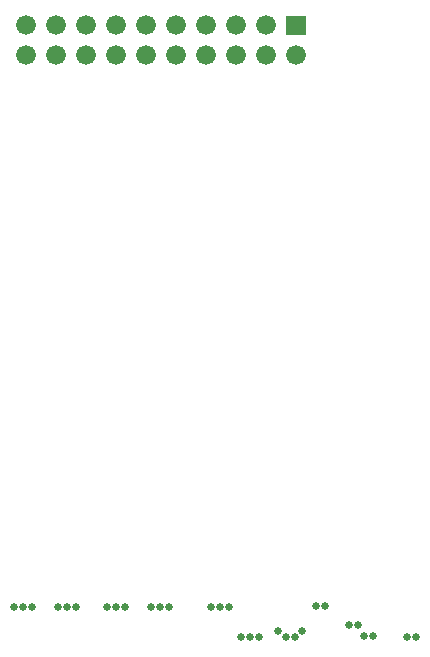
<source format=gbr>
G04 start of page 8 for group -4063 idx -4063 *
G04 Title: (unknown), componentmask *
G04 Creator: pcb 4.2.0 *
G04 CreationDate: Mon Sep 28 04:20:22 2020 UTC *
G04 For: commonadmin *
G04 Format: Gerber/RS-274X *
G04 PCB-Dimensions (mil): 2150.00 2800.00 *
G04 PCB-Coordinate-Origin: lower left *
%MOIN*%
%FSLAX25Y25*%
%LNTOPMASK*%
%ADD38C,0.0001*%
%ADD37C,0.0660*%
%ADD36C,0.0260*%
G54D36*X182499Y46500D03*
X185500D03*
X177500Y50000D03*
X180500D03*
X197000Y46000D03*
X200000D03*
X166500Y56500D03*
X131500Y56000D03*
X134500D03*
X137500D03*
X169500Y56500D03*
X154000Y48000D03*
X156500Y46000D03*
X141500D03*
X144500D03*
X147500D03*
X159500D03*
X162000Y48000D03*
G54D37*X140000Y250000D03*
Y240000D03*
X130000Y250000D03*
Y240000D03*
G54D38*G36*
X156700Y253300D02*Y246700D01*
X163300D01*
Y253300D01*
X156700D01*
G37*
G54D37*X160000Y240000D03*
X150000Y250000D03*
Y240000D03*
X120000Y250000D03*
Y240000D03*
X110000Y250000D03*
X100000D03*
X90000D03*
X80000D03*
X70000D03*
X110000Y240000D03*
X100000D03*
X90000D03*
X80000D03*
X70000D03*
G54D36*X72000Y56000D03*
X69000D03*
X66000D03*
X86500D03*
X83500D03*
X80500D03*
X103000D03*
X117500D03*
X114500D03*
X111500D03*
X100000D03*
X97000D03*
M02*

</source>
